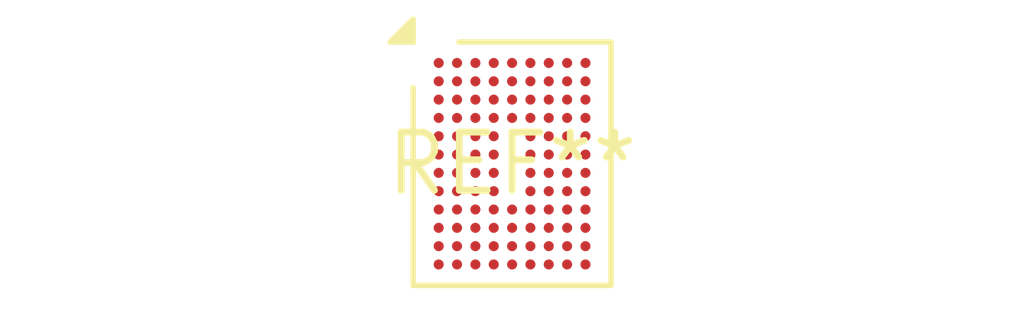
<source format=kicad_pcb>
(kicad_pcb (version 20240108) (generator pcbnew)
  (layers (0 "F.Cu" signal) (31 "B.Cu" signal) (34 "B.Paste" user) (35 "F.Paste" user) (36 "B.SilkS" user "B.Silkscreen") (37 "F.SilkS" user "F.Silkscreen") (38 "B.Mask" user) (39 "F.Mask" user) (44 "Edge.Cuts" user))
  (net 0 "")
  (footprint "ST_WLCSP-104_Die437" (layer "F.Cu") (at 0 0)
    (property "Reference" "REF**")
    (property "Value" "ST_WLCSP-104_Die437")
    (fp_line (start -2.1575 2.657) (end -2.1575 -1.657) (layer "F.SilkS") (stroke (width 0.12)))
    (fp_line (start -1.1575 -2.657) (end 2.1575 -2.657) (layer "F.SilkS") (stroke (width 0.12)))
    (fp_line (start 2.1575 -2.657) (end 2.1575 2.657) (layer "F.SilkS") (stroke (width 0.12)))
    (fp_line (start 2.1575 2.657) (end -2.1575 2.657) (layer "F.SilkS") (stroke (width 0.12)))
    (fp_poly (pts (xy -2.1575 -2.657) (xy -2.6575 -2.657) (xy -2.1575 -3.157) (xy -2.1575 -2.657)) (layer "F.SilkS") (stroke (width 0.12)) (fill solid))
    (pad "A1" smd circle (at -1.6 -2.2) (size 0.22 0.22) (property pad_prop_bga) (layers "F.Cu" "F.Paste" "F.Mask"))
    (pad "A2" smd circle (at -1.2 -2.2) (size 0.22 0.22) (property pad_prop_bga) (layers "F.Cu" "F.Paste" "F.Mask"))
    (pad "A3" smd circle (at -0.8 -2.2) (size 0.22 0.22) (property pad_prop_bga) (layers "F.Cu" "F.Paste" "F.Mask"))
    (pad "A4" smd circle (at -0.4 -2.2) (size 0.22 0.22) (property pad_prop_bga) (layers "F.Cu" "F.Paste" "F.Mask"))
    (pad "A5" smd circle (at 0 -2.2) (size 0.22 0.22) (property pad_prop_bga) (layers "F.Cu" "F.Paste" "F.Mask"))
    (pad "A6" smd circle (at 0.4 -2.2) (size 0.22 0.22) (property pad_prop_bga) (layers "F.Cu" "F.Paste" "F.Mask"))
    (pad "A7" smd circle (at 0.8 -2.2) (size 0.22 0.22) (property pad_prop_bga) (layers "F.Cu" "F.Paste" "F.Mask"))
    (pad "A8" smd circle (at 1.2 -2.2) (size 0.22 0.22) (property pad_prop_bga) (layers "F.Cu" "F.Paste" "F.Mask"))
    (pad "A9" smd circle (at 1.6 -2.2) (size 0.22 0.22) (property pad_prop_bga) (layers "F.Cu" "F.Paste" "F.Mask"))
    (pad "B1" smd circle (at -1.6 -1.8) (size 0.22 0.22) (property pad_prop_bga) (layers "F.Cu" "F.Paste" "F.Mask"))
    (pad "B2" smd circle (at -1.2 -1.8) (size 0.22 0.22) (property pad_prop_bga) (layers "F.Cu" "F.Paste" "F.Mask"))
    (pad "B3" smd circle (at -0.8 -1.8) (size 0.22 0.22) (property pad_prop_bga) (layers "F.Cu" "F.Paste" "F.Mask"))
    (pad "B4" smd circle (at -0.4 -1.8) (size 0.22 0.22) (property pad_prop_bga) (layers "F.Cu" "F.Paste" "F.Mask"))
    (pad "B5" smd circle (at 0 -1.8) (size 0.22 0.22) (property pad_prop_bga) (layers "F.Cu" "F.Paste" "F.Mask"))
    (pad "B6" smd circle (at 0.4 -1.8) (size 0.22 0.22) (property pad_prop_bga) (layers "F.Cu" "F.Paste" "F.Mask"))
    (pad "B7" smd circle (at 0.8 -1.8) (size 0.22 0.22) (property pad_prop_bga) (layers "F.Cu" "F.Paste" "F.Mask"))
    (pad "B8" smd circle (at 1.2 -1.8) (size 0.22 0.22) (property pad_prop_bga) (layers "F.Cu" "F.Paste" "F.Mask"))
    (pad "B9" smd circle (at 1.6 -1.8) (size 0.22 0.22) (property pad_prop_bga) (layers "F.Cu" "F.Paste" "F.Mask"))
    (pad "C1" smd circle (at -1.6 -1.4) (size 0.22 0.22) (property pad_prop_bga) (layers "F.Cu" "F.Paste" "F.Mask"))
    (pad "C2" smd circle (at -1.2 -1.4) (size 0.22 0.22) (property pad_prop_bga) (layers "F.Cu" "F.Paste" "F.Mask"))
    (pad "C3" smd circle (at -0.8 -1.4) (size 0.22 0.22) (property pad_prop_bga) (layers "F.Cu" "F.Paste" "F.Mask"))
    (pad "C4" smd circle (at -0.4 -1.4) (size 0.22 0.22) (property pad_prop_bga) (layers "F.Cu" "F.Paste" "F.Mask"))
    (pad "C5" smd circle (at 0 -1.4) (size 0.22 0.22) (property pad_prop_bga) (layers "F.Cu" "F.Paste" "F.Mask"))
    (pad "C6" smd circle (at 0.4 -1.4) (size 0.22 0.22) (property pad_prop_bga) (layers "F.Cu" "F.Paste" "F.Mask"))
    (pad "C7" smd circle (at 0.8 -1.4) (size 0.22 0.22) (property pad_prop_bga) (layers "F.Cu" "F.Paste" "F.Mask"))
    (pad "C8" smd circle (at 1.2 -1.4) (size 0.22 0.22) (property pad_prop_bga) (layers "F.Cu" "F.Paste" "F.Mask"))
    (pad "C9" smd circle (at 1.6 -1.4) (size 0.22 0.22) (property pad_prop_bga) (layers "F.Cu" "F.Paste" "F.Mask"))
    (pad "D1" smd circle (at -1.6 -1) (size 0.22 0.22) (property pad_prop_bga) (layers "F.Cu" "F.Paste" "F.Mask"))
    (pad "D2" smd circle (at -1.2 -1) (size 0.22 0.22) (property pad_prop_bga) (layers "F.Cu" "F.Paste" "F.Mask"))
    (pad "D3" smd circle (at -0.8 -1) (size 0.22 0.22) (property pad_prop_bga) (layers "F.Cu" "F.Paste" "F.Mask"))
    (pad "D4" smd circle (at -0.4 -1) (size 0.22 0.22) (property pad_prop_bga) (layers "F.Cu" "F.Paste" "F.Mask"))
    (pad "D5" smd circle (at 0 -1) (size 0.22 0.22) (property pad_prop_bga) (layers "F.Cu" "F.Paste" "F.Mask"))
    (pad "D6" smd circle (at 0.4 -1) (size 0.22 0.22) (property pad_prop_bga) (layers "F.Cu" "F.Paste" "F.Mask"))
    (pad "D7" smd circle (at 0.8 -1) (size 0.22 0.22) (property pad_prop_bga) (layers "F.Cu" "F.Paste" "F.Mask"))
    (pad "D8" smd circle (at 1.2 -1) (size 0.22 0.22) (property pad_prop_bga) (layers "F.Cu" "F.Paste" "F.Mask"))
    (pad "D9" smd circle (at 1.6 -1) (size 0.22 0.22) (property pad_prop_bga) (layers "F.Cu" "F.Paste" "F.Mask"))
    (pad "E1" smd circle (at -1.6 -0.6) (size 0.22 0.22) (property pad_prop_bga) (layers "F.Cu" "F.Paste" "F.Mask"))
    (pad "E2" smd circle (at -1.2 -0.6) (size 0.22 0.22) (property pad_prop_bga) (layers "F.Cu" "F.Paste" "F.Mask"))
    (pad "E3" smd circle (at -0.8 -0.6) (size 0.22 0.22) (property pad_prop_bga) (layers "F.Cu" "F.Paste" "F.Mask"))
    (pad "E4" smd circle (at -0.4 -0.6) (size 0.22 0.22) (property pad_prop_bga) (layers "F.Cu" "F.Paste" "F.Mask"))
    (pad "E6" smd circle (at 0.4 -0.6) (size 0.22 0.22) (property pad_prop_bga) (layers "F.Cu" "F.Paste" "F.Mask"))
    (pad "E7" smd circle (at 0.8 -0.6) (size 0.22 0.22) (property pad_prop_bga) (layers "F.Cu" "F.Paste" "F.Mask"))
    (pad "E8" smd circle (at 1.2 -0.6) (size 0.22 0.22) (property pad_prop_bga) (layers "F.Cu" "F.Paste" "F.Mask"))
    (pad "E9" smd circle (at 1.6 -0.6) (size 0.22 0.22) (property pad_prop_bga) (layers "F.Cu" "F.Paste" "F.Mask"))
    (pad "F1" smd circle (at -1.6 -0.2) (size 0.22 0.22) (property pad_prop_bga) (layers "F.Cu" "F.Paste" "F.Mask"))
    (pad "F2" smd circle (at -1.2 -0.2) (size 0.22 0.22) (property pad_prop_bga) (layers "F.Cu" "F.Paste" "F.Mask"))
    (pad "F3" smd circle (at -0.8 -0.2) (size 0.22 0.22) (property pad_prop_bga) (layers "F.Cu" "F.Paste" "F.Mask"))
    (pad "F4" smd circle (at -0.4 -0.2) (size 0.22 0.22) (property pad_prop_bga) (layers "F.Cu" "F.Paste" "F.Mask"))
    (pad "F6" smd circle (at 0.4 -0.2) (size 0.22 0.22) (property pad_prop_bga) (layers "F.Cu" "F.Paste" "F.Mask"))
    (pad "F7" smd circle (at 0.8 -0.2) (size 0.22 0.22) (property pad_prop_bga) (layers "F.Cu" "F.Paste" "F.Mask"))
    (pad "F8" smd circle (at 1.2 -0.2) (size 0.22 0.22) (property pad_prop_bga) (layers "F.Cu" "F.Paste" "F.Mask"))
    (pad "F9" smd circle (at 1.6 -0.2) (size 0.22 0.22) (property pad_prop_bga) (layers "F.Cu" "F.Paste" "F.Mask"))
    (pad "G1" smd circle (at -1.6 0.2) (size 0.22 0.22) (property pad_prop_bga) (layers "F.Cu" "F.Paste" "F.Mask"))
    (pad "G2" smd circle (at -1.2 0.2) (size 0.22 0.22) (property pad_prop_bga) (layers "F.Cu" "F.Paste" "F.Mask"))
    (pad "G3" smd circle (at -0.8 0.2) (size 0.22 0.22) (property pad_prop_bga) (layers "F.Cu" "F.Paste" "F.Mask"))
    (pad "G4" smd circle (at -0.4 0.2) (size 0.22 0.22) (property pad_prop_bga) (layers "F.Cu" "F.Paste" "F.Mask"))
    (pad "G6" smd circle (at 0.4 0.2) (size 0.22 0.22) (property pad_prop_bga) (layers "F.Cu" "F.Paste" "F.Mask"))
    (pad "G7" smd circle (at 0.8 0.2) (size 0.22 0.22) (property pad_prop_bga) (layers "F.Cu" "F.Paste" "F.Mask"))
    (pad "G8" smd circle (at 1.2 0.2) (size 0.22 0.22) (property pad_prop_bga) (layers "F.Cu" "F.Paste" "F.Mask"))
    (pad "G9" smd circle (at 1.6 0.2) (size 0.22 0.22) (property pad_prop_bga) (layers "F.Cu" "F.Paste" "F.Mask"))
    (pad "H1" smd circle (at -1.6 0.6) (size 0.22 0.22) (property pad_prop_bga) (layers "F.Cu" "F.Paste" "F.Mask"))
    (pad "H2" smd circle (at -1.2 0.6) (size 0.22 0.22) (property pad_prop_bga) (layers "F.Cu" "F.Paste" "F.Mask"))
    (pad "H3" smd circle (at -0.8 0.6) (size 0.22 0.22) (property pad_prop_bga) (layers "F.Cu" "F.Paste" "F.Mask"))
    (pad "H4" smd circle (at -0.4 0.6) (size 0.22 0.22) (property pad_prop_bga) (layers "F.Cu" "F.Paste" "F.Mask"))
    (pad "H6" smd circle (at 0.4 0.6) (size 0.22 0.22) (property pad_prop_bga) (layers "F.Cu" "F.Paste" "F.Mask"))
    (pad "H7" smd circle (at 0.8 0.6) (size 0.22 0.22) (property pad_prop_bga) (layers "F.Cu" "F.Paste" "F.Mask"))
    (pad "H8" smd circle (at 1.2 0.6) (size 0.22 0.22) (property pad_prop_bga) (layers "F.Cu" "F.Paste" "F.Mask"))
    (pad "H9" smd circle (at 1.6 0.6) (size 0.22 0.22) (property pad_prop_bga) (layers "F.Cu" "F.Paste" "F.Mask"))
    (pad "J1" smd circle (at -1.6 1) (size 0.22 0.22) (property pad_prop_bga) (layers "F.Cu" "F.Paste" "F.Mask"))
    (pad "J2" smd circle (at -1.2 1) (size 0.22 0.22) (property pad_prop_bga) (layers "F.Cu" "F.Paste" "F.Mask"))
    (pad "J3" smd circle (at -0.8 1) (size 0.22 0.22) (property pad_prop_bga) (layers "F.Cu" "F.Paste" "F.Mask"))
    (pad "J4" smd circle (at -0.4 1) (size 0.22 0.22) (property pad_prop_bga) (layers "F.Cu" "F.Paste" "F.Mask"))
    (pad "J5" smd circle (at 0 1) (size 0.22 0.22) (property pad_prop_bga) (layers "F.Cu" "F.Paste" "F.Mask"))
    (pad "J6" smd circle (at 0.4 1) (size 0.22 0.22) (property pad_prop_bga) (layers "F.Cu" "F.Paste" "F.Mask"))
    (pad "J7" smd circle (at 0.8 1) (size 0.22 0.22) (property pad_prop_bga) (layers "F.Cu" "F.Paste" "F.Mask"))
    (pad "J8" smd circle (at 1.2 1) (size 0.22 0.22) (property pad_prop_bga) (layers "F.Cu" "F.Paste" "F.Mask"))
    (pad "J9" smd circle (at 1.6 1) (size 0.22 0.22) (property pad_prop_bga) (layers "F.Cu" "F.Paste" "F.Mask"))
    (pad "K1" smd circle (at -1.6 1.4) (size 0.22 0.22) (property pad_prop_bga) (layers "F.Cu" "F.Paste" "F.Mask"))
    (pad "K2" smd circle (at -1.2 1.4) (size 0.22 0.22) (property pad_prop_bga) (layers "F.Cu" "F.Paste" "F.Mask"))
    (pad "K3" smd circle (at -0.8 1.4) (size 0.22 0.22) (property pad_prop_bga) (layers "F.Cu" "F.Paste" "F.Mask"))
    (pad "K4" smd circle (at -0.4 1.4) (size 0.22 0.22) (property pad_prop_bga) (layers "F.Cu" "F.Paste" "F.Mask"))
    (pad "K5" smd circle (at 0 1.4) (size 0.22 0.22) (property pad_prop_bga) (layers "F.Cu" "F.Paste" "F.Mask"))
    (pad "K6" smd circle (at 0.4 1.4) (size 0.22 0.22) (property pad_prop_bga) (layers "F.Cu" "F.Paste" "F.Mask"))
    (pad "K7" smd circle (at 0.8 1.4) (size 0.22 0.22) (property pad_prop_bga) (layers "F.Cu" "F.Paste" "F.Mask"))
    (pad "K8" smd circle (at 1.2 1.4) (size 0.22 0.22) (property pad_prop_bga) (layers "F.Cu" "F.Paste" "F.Mask"))
    (pad "K9" smd circle (at 1.6 1.4) (size 0.22 0.22) (property pad_prop_bga) (layers "F.Cu" "F.Paste" "F.Mask"))
    (pad "L1" smd circle (at -1.6 1.8) (size 0.22 0.22) (property pad_prop_bga) (layers "F.Cu" "F.Paste" "F.Mask"))
    (pad "L2" smd circle (at -1.2 1.8) (size 0.22 0.22) (property pad_prop_bga) (layers "F.Cu" "F.Paste" "F.Mask"))
    (pad "L3" smd circle (at -0.8 1.8) (size 0.22 0.22) (property pad_prop_bga) (layers "F.Cu" "F.Paste" "F.Mask"))
    (pad "L4" smd circle (at -0.4 1.8) (size 0.22 0.22) (property pad_prop_bga) (layers "F.Cu" "F.Paste" "F.Mask"))
    (pad "L5" smd circle (at 0 1.8) (size 0.22 0.22) (property pad_prop_bga) (layers "F.Cu" "F.Paste" "F.Mask"))
    (pad "L6" smd circle (at 0.4 1.8) (size 0.22 0.22) (property pad_prop_bga) (layers "F.Cu" "F.Paste" "F.Mask"))
    (pad "L7" smd circle (at 0.8 1.8) (size 0.22 0.22) (property pad_prop_bga) (layers "F.Cu" "F.Paste" "F.Mask"))
    (pad "L8" smd circle (at 1.2 1.8) (size 0.22 0.22) (property pad_prop_bga) (layers "F.Cu" "F.Paste" "F.Mask"))
    (pad "L9" smd circle (at 1.6 1.8) (size 0.22 0.22) (property pad_prop_bga) (layers "F.Cu" "F.Paste" "F.Mask"))
    (pad "M1" smd circle (at -1.6 2.2) (size 0.22 0.22) (property pad_prop_bga) (layers "F.Cu" "F.Paste" "F.Mask"))
    (pad "M2" smd circle (at -1.2 2.2) (size 0.22 0.22) (property pad_prop_bga) (layers "F.Cu" "F.Paste" "F.Mask"))
    (pad "M3" smd circle (at -0.8 2.2) (size 0.22 0.22) (property pad_prop_bga) (layers "F.Cu" "F.Paste" "F.Mask"))
    (pad "M4" smd circle (at -0.4 2.2) (size 0.22 0.22) (property pad_prop_bga) (layers "F.Cu" "F.Paste" "F.Mask"))
    (pad "M5" smd circle (at 0 2.2) (size 0.22 0.22) (property pad_prop_bga) (layers "F.Cu" "F.Paste" "F.Mask"))
    (pad "M6" smd circle (at 0.4 2.2) (size 0.22 0.22) (property pad_prop_bga) (layers "F.Cu" "F.Paste" "F.Mask"))
    (pad "M7" smd circle (at 0.8 2.2) (size 0.22 0.22) (property pad_prop_bga) (layers "F.Cu" "F.Paste" "F.Mask"))
    (pad "M8" smd circle (at 1.2 2.2) (size 0.22 0.22) (property pad_prop_bga) (layers "F.Cu" "F.Paste" "F.Mask"))
    (pad "M9" smd circle (at 1.6 2.2) (size 0.22 0.22) (property pad_prop_bga) (layers "F.Cu" "F.Paste" "F.Mask"))
  )
)
</source>
